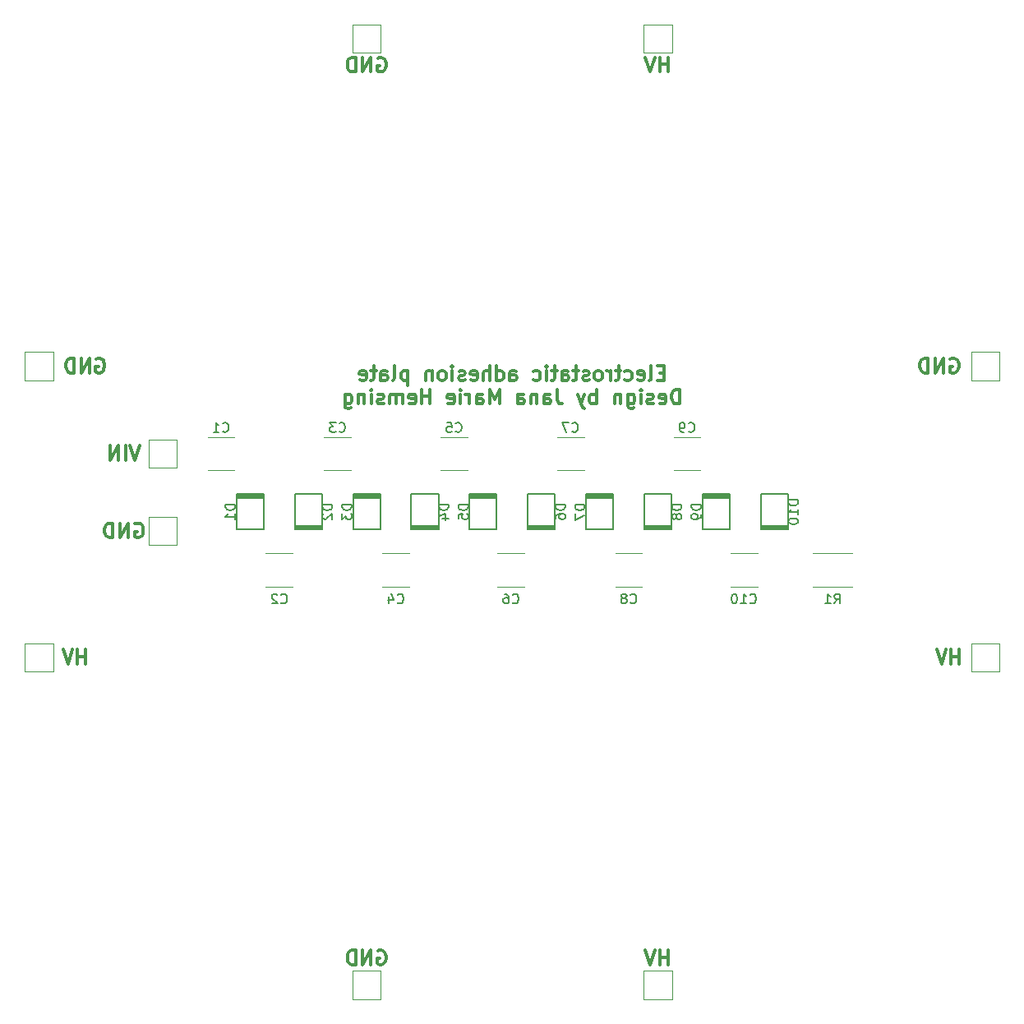
<source format=gbo>
G04 #@! TF.GenerationSoftware,KiCad,Pcbnew,6.0.0-d3dd2cf0fa~116~ubuntu20.04.1*
G04 #@! TF.CreationDate,2022-01-09T22:45:00+01:00*
G04 #@! TF.ProjectId,Statikplatte,53746174-696b-4706-9c61-7474652e6b69,rev?*
G04 #@! TF.SameCoordinates,Original*
G04 #@! TF.FileFunction,Legend,Bot*
G04 #@! TF.FilePolarity,Positive*
%FSLAX46Y46*%
G04 Gerber Fmt 4.6, Leading zero omitted, Abs format (unit mm)*
G04 Created by KiCad (PCBNEW 6.0.0-d3dd2cf0fa~116~ubuntu20.04.1) date 2022-01-09 22:45:00*
%MOMM*%
%LPD*%
G01*
G04 APERTURE LIST*
%ADD10C,0.300000*%
%ADD11C,0.150000*%
%ADD12C,0.120000*%
G04 APERTURE END LIST*
D10*
X195142857Y-84250000D02*
X195285714Y-84178571D01*
X195500000Y-84178571D01*
X195714285Y-84250000D01*
X195857142Y-84392857D01*
X195928571Y-84535714D01*
X196000000Y-84821428D01*
X196000000Y-85035714D01*
X195928571Y-85321428D01*
X195857142Y-85464285D01*
X195714285Y-85607142D01*
X195500000Y-85678571D01*
X195357142Y-85678571D01*
X195142857Y-85607142D01*
X195071428Y-85535714D01*
X195071428Y-85035714D01*
X195357142Y-85035714D01*
X194428571Y-85678571D02*
X194428571Y-84178571D01*
X193571428Y-85678571D01*
X193571428Y-84178571D01*
X192857142Y-85678571D02*
X192857142Y-84178571D01*
X192500000Y-84178571D01*
X192285714Y-84250000D01*
X192142857Y-84392857D01*
X192071428Y-84535714D01*
X192000000Y-84821428D01*
X192000000Y-85035714D01*
X192071428Y-85321428D01*
X192142857Y-85464285D01*
X192285714Y-85607142D01*
X192500000Y-85678571D01*
X192857142Y-85678571D01*
X107142857Y-84250000D02*
X107285714Y-84178571D01*
X107500000Y-84178571D01*
X107714285Y-84250000D01*
X107857142Y-84392857D01*
X107928571Y-84535714D01*
X108000000Y-84821428D01*
X108000000Y-85035714D01*
X107928571Y-85321428D01*
X107857142Y-85464285D01*
X107714285Y-85607142D01*
X107500000Y-85678571D01*
X107357142Y-85678571D01*
X107142857Y-85607142D01*
X107071428Y-85535714D01*
X107071428Y-85035714D01*
X107357142Y-85035714D01*
X106428571Y-85678571D02*
X106428571Y-84178571D01*
X105571428Y-85678571D01*
X105571428Y-84178571D01*
X104857142Y-85678571D02*
X104857142Y-84178571D01*
X104500000Y-84178571D01*
X104285714Y-84250000D01*
X104142857Y-84392857D01*
X104071428Y-84535714D01*
X104000000Y-84821428D01*
X104000000Y-85035714D01*
X104071428Y-85321428D01*
X104142857Y-85464285D01*
X104285714Y-85607142D01*
X104500000Y-85678571D01*
X104857142Y-85678571D01*
X136142857Y-145250000D02*
X136285714Y-145178571D01*
X136500000Y-145178571D01*
X136714285Y-145250000D01*
X136857142Y-145392857D01*
X136928571Y-145535714D01*
X137000000Y-145821428D01*
X137000000Y-146035714D01*
X136928571Y-146321428D01*
X136857142Y-146464285D01*
X136714285Y-146607142D01*
X136500000Y-146678571D01*
X136357142Y-146678571D01*
X136142857Y-146607142D01*
X136071428Y-146535714D01*
X136071428Y-146035714D01*
X136357142Y-146035714D01*
X135428571Y-146678571D02*
X135428571Y-145178571D01*
X134571428Y-146678571D01*
X134571428Y-145178571D01*
X133857142Y-146678571D02*
X133857142Y-145178571D01*
X133500000Y-145178571D01*
X133285714Y-145250000D01*
X133142857Y-145392857D01*
X133071428Y-145535714D01*
X133000000Y-145821428D01*
X133000000Y-146035714D01*
X133071428Y-146321428D01*
X133142857Y-146464285D01*
X133285714Y-146607142D01*
X133500000Y-146678571D01*
X133857142Y-146678571D01*
X136142857Y-53250000D02*
X136285714Y-53178571D01*
X136500000Y-53178571D01*
X136714285Y-53250000D01*
X136857142Y-53392857D01*
X136928571Y-53535714D01*
X137000000Y-53821428D01*
X137000000Y-54035714D01*
X136928571Y-54321428D01*
X136857142Y-54464285D01*
X136714285Y-54607142D01*
X136500000Y-54678571D01*
X136357142Y-54678571D01*
X136142857Y-54607142D01*
X136071428Y-54535714D01*
X136071428Y-54035714D01*
X136357142Y-54035714D01*
X135428571Y-54678571D02*
X135428571Y-53178571D01*
X134571428Y-54678571D01*
X134571428Y-53178571D01*
X133857142Y-54678571D02*
X133857142Y-53178571D01*
X133500000Y-53178571D01*
X133285714Y-53250000D01*
X133142857Y-53392857D01*
X133071428Y-53535714D01*
X133000000Y-53821428D01*
X133000000Y-54035714D01*
X133071428Y-54321428D01*
X133142857Y-54464285D01*
X133285714Y-54607142D01*
X133500000Y-54678571D01*
X133857142Y-54678571D01*
X166071428Y-54678571D02*
X166071428Y-53178571D01*
X166071428Y-53892857D02*
X165214285Y-53892857D01*
X165214285Y-54678571D02*
X165214285Y-53178571D01*
X164714285Y-53178571D02*
X164214285Y-54678571D01*
X163714285Y-53178571D01*
X166071428Y-146678571D02*
X166071428Y-145178571D01*
X166071428Y-145892857D02*
X165214285Y-145892857D01*
X165214285Y-146678571D02*
X165214285Y-145178571D01*
X164714285Y-145178571D02*
X164214285Y-146678571D01*
X163714285Y-145178571D01*
X196071428Y-115678571D02*
X196071428Y-114178571D01*
X196071428Y-114892857D02*
X195214285Y-114892857D01*
X195214285Y-115678571D02*
X195214285Y-114178571D01*
X194714285Y-114178571D02*
X194214285Y-115678571D01*
X193714285Y-114178571D01*
X106071428Y-115678571D02*
X106071428Y-114178571D01*
X106071428Y-114892857D02*
X105214285Y-114892857D01*
X105214285Y-115678571D02*
X105214285Y-114178571D01*
X104714285Y-114178571D02*
X104214285Y-115678571D01*
X103714285Y-114178571D01*
X165678571Y-85685357D02*
X165178571Y-85685357D01*
X164964285Y-86471071D02*
X165678571Y-86471071D01*
X165678571Y-84971071D01*
X164964285Y-84971071D01*
X164107142Y-86471071D02*
X164250000Y-86399642D01*
X164321428Y-86256785D01*
X164321428Y-84971071D01*
X162964285Y-86399642D02*
X163107142Y-86471071D01*
X163392857Y-86471071D01*
X163535714Y-86399642D01*
X163607142Y-86256785D01*
X163607142Y-85685357D01*
X163535714Y-85542500D01*
X163392857Y-85471071D01*
X163107142Y-85471071D01*
X162964285Y-85542500D01*
X162892857Y-85685357D01*
X162892857Y-85828214D01*
X163607142Y-85971071D01*
X161607142Y-86399642D02*
X161750000Y-86471071D01*
X162035714Y-86471071D01*
X162178571Y-86399642D01*
X162250000Y-86328214D01*
X162321428Y-86185357D01*
X162321428Y-85756785D01*
X162250000Y-85613928D01*
X162178571Y-85542500D01*
X162035714Y-85471071D01*
X161750000Y-85471071D01*
X161607142Y-85542500D01*
X161178571Y-85471071D02*
X160607142Y-85471071D01*
X160964285Y-84971071D02*
X160964285Y-86256785D01*
X160892857Y-86399642D01*
X160750000Y-86471071D01*
X160607142Y-86471071D01*
X160107142Y-86471071D02*
X160107142Y-85471071D01*
X160107142Y-85756785D02*
X160035714Y-85613928D01*
X159964285Y-85542500D01*
X159821428Y-85471071D01*
X159678571Y-85471071D01*
X158964285Y-86471071D02*
X159107142Y-86399642D01*
X159178571Y-86328214D01*
X159250000Y-86185357D01*
X159250000Y-85756785D01*
X159178571Y-85613928D01*
X159107142Y-85542500D01*
X158964285Y-85471071D01*
X158750000Y-85471071D01*
X158607142Y-85542500D01*
X158535714Y-85613928D01*
X158464285Y-85756785D01*
X158464285Y-86185357D01*
X158535714Y-86328214D01*
X158607142Y-86399642D01*
X158750000Y-86471071D01*
X158964285Y-86471071D01*
X157892857Y-86399642D02*
X157750000Y-86471071D01*
X157464285Y-86471071D01*
X157321428Y-86399642D01*
X157250000Y-86256785D01*
X157250000Y-86185357D01*
X157321428Y-86042500D01*
X157464285Y-85971071D01*
X157678571Y-85971071D01*
X157821428Y-85899642D01*
X157892857Y-85756785D01*
X157892857Y-85685357D01*
X157821428Y-85542500D01*
X157678571Y-85471071D01*
X157464285Y-85471071D01*
X157321428Y-85542500D01*
X156821428Y-85471071D02*
X156250000Y-85471071D01*
X156607142Y-84971071D02*
X156607142Y-86256785D01*
X156535714Y-86399642D01*
X156392857Y-86471071D01*
X156250000Y-86471071D01*
X155107142Y-86471071D02*
X155107142Y-85685357D01*
X155178571Y-85542500D01*
X155321428Y-85471071D01*
X155607142Y-85471071D01*
X155750000Y-85542500D01*
X155107142Y-86399642D02*
X155250000Y-86471071D01*
X155607142Y-86471071D01*
X155750000Y-86399642D01*
X155821428Y-86256785D01*
X155821428Y-86113928D01*
X155750000Y-85971071D01*
X155607142Y-85899642D01*
X155250000Y-85899642D01*
X155107142Y-85828214D01*
X154607142Y-85471071D02*
X154035714Y-85471071D01*
X154392857Y-84971071D02*
X154392857Y-86256785D01*
X154321428Y-86399642D01*
X154178571Y-86471071D01*
X154035714Y-86471071D01*
X153535714Y-86471071D02*
X153535714Y-85471071D01*
X153535714Y-84971071D02*
X153607142Y-85042500D01*
X153535714Y-85113928D01*
X153464285Y-85042500D01*
X153535714Y-84971071D01*
X153535714Y-85113928D01*
X152178571Y-86399642D02*
X152321428Y-86471071D01*
X152607142Y-86471071D01*
X152750000Y-86399642D01*
X152821428Y-86328214D01*
X152892857Y-86185357D01*
X152892857Y-85756785D01*
X152821428Y-85613928D01*
X152750000Y-85542500D01*
X152607142Y-85471071D01*
X152321428Y-85471071D01*
X152178571Y-85542500D01*
X149750000Y-86471071D02*
X149750000Y-85685357D01*
X149821428Y-85542500D01*
X149964285Y-85471071D01*
X150250000Y-85471071D01*
X150392857Y-85542500D01*
X149750000Y-86399642D02*
X149892857Y-86471071D01*
X150250000Y-86471071D01*
X150392857Y-86399642D01*
X150464285Y-86256785D01*
X150464285Y-86113928D01*
X150392857Y-85971071D01*
X150250000Y-85899642D01*
X149892857Y-85899642D01*
X149750000Y-85828214D01*
X148392857Y-86471071D02*
X148392857Y-84971071D01*
X148392857Y-86399642D02*
X148535714Y-86471071D01*
X148821428Y-86471071D01*
X148964285Y-86399642D01*
X149035714Y-86328214D01*
X149107142Y-86185357D01*
X149107142Y-85756785D01*
X149035714Y-85613928D01*
X148964285Y-85542500D01*
X148821428Y-85471071D01*
X148535714Y-85471071D01*
X148392857Y-85542500D01*
X147678571Y-86471071D02*
X147678571Y-84971071D01*
X147035714Y-86471071D02*
X147035714Y-85685357D01*
X147107142Y-85542500D01*
X147250000Y-85471071D01*
X147464285Y-85471071D01*
X147607142Y-85542500D01*
X147678571Y-85613928D01*
X145750000Y-86399642D02*
X145892857Y-86471071D01*
X146178571Y-86471071D01*
X146321428Y-86399642D01*
X146392857Y-86256785D01*
X146392857Y-85685357D01*
X146321428Y-85542500D01*
X146178571Y-85471071D01*
X145892857Y-85471071D01*
X145750000Y-85542500D01*
X145678571Y-85685357D01*
X145678571Y-85828214D01*
X146392857Y-85971071D01*
X145107142Y-86399642D02*
X144964285Y-86471071D01*
X144678571Y-86471071D01*
X144535714Y-86399642D01*
X144464285Y-86256785D01*
X144464285Y-86185357D01*
X144535714Y-86042500D01*
X144678571Y-85971071D01*
X144892857Y-85971071D01*
X145035714Y-85899642D01*
X145107142Y-85756785D01*
X145107142Y-85685357D01*
X145035714Y-85542500D01*
X144892857Y-85471071D01*
X144678571Y-85471071D01*
X144535714Y-85542500D01*
X143821428Y-86471071D02*
X143821428Y-85471071D01*
X143821428Y-84971071D02*
X143892857Y-85042500D01*
X143821428Y-85113928D01*
X143750000Y-85042500D01*
X143821428Y-84971071D01*
X143821428Y-85113928D01*
X142892857Y-86471071D02*
X143035714Y-86399642D01*
X143107142Y-86328214D01*
X143178571Y-86185357D01*
X143178571Y-85756785D01*
X143107142Y-85613928D01*
X143035714Y-85542500D01*
X142892857Y-85471071D01*
X142678571Y-85471071D01*
X142535714Y-85542500D01*
X142464285Y-85613928D01*
X142392857Y-85756785D01*
X142392857Y-86185357D01*
X142464285Y-86328214D01*
X142535714Y-86399642D01*
X142678571Y-86471071D01*
X142892857Y-86471071D01*
X141750000Y-85471071D02*
X141750000Y-86471071D01*
X141750000Y-85613928D02*
X141678571Y-85542500D01*
X141535714Y-85471071D01*
X141321428Y-85471071D01*
X141178571Y-85542500D01*
X141107142Y-85685357D01*
X141107142Y-86471071D01*
X139250000Y-85471071D02*
X139250000Y-86971071D01*
X139250000Y-85542500D02*
X139107142Y-85471071D01*
X138821428Y-85471071D01*
X138678571Y-85542500D01*
X138607142Y-85613928D01*
X138535714Y-85756785D01*
X138535714Y-86185357D01*
X138607142Y-86328214D01*
X138678571Y-86399642D01*
X138821428Y-86471071D01*
X139107142Y-86471071D01*
X139250000Y-86399642D01*
X137678571Y-86471071D02*
X137821428Y-86399642D01*
X137892857Y-86256785D01*
X137892857Y-84971071D01*
X136464285Y-86471071D02*
X136464285Y-85685357D01*
X136535714Y-85542500D01*
X136678571Y-85471071D01*
X136964285Y-85471071D01*
X137107142Y-85542500D01*
X136464285Y-86399642D02*
X136607142Y-86471071D01*
X136964285Y-86471071D01*
X137107142Y-86399642D01*
X137178571Y-86256785D01*
X137178571Y-86113928D01*
X137107142Y-85971071D01*
X136964285Y-85899642D01*
X136607142Y-85899642D01*
X136464285Y-85828214D01*
X135964285Y-85471071D02*
X135392857Y-85471071D01*
X135750000Y-84971071D02*
X135750000Y-86256785D01*
X135678571Y-86399642D01*
X135535714Y-86471071D01*
X135392857Y-86471071D01*
X134321428Y-86399642D02*
X134464285Y-86471071D01*
X134750000Y-86471071D01*
X134892857Y-86399642D01*
X134964285Y-86256785D01*
X134964285Y-85685357D01*
X134892857Y-85542500D01*
X134750000Y-85471071D01*
X134464285Y-85471071D01*
X134321428Y-85542500D01*
X134250000Y-85685357D01*
X134250000Y-85828214D01*
X134964285Y-85971071D01*
X167250000Y-88886071D02*
X167250000Y-87386071D01*
X166892857Y-87386071D01*
X166678571Y-87457500D01*
X166535714Y-87600357D01*
X166464285Y-87743214D01*
X166392857Y-88028928D01*
X166392857Y-88243214D01*
X166464285Y-88528928D01*
X166535714Y-88671785D01*
X166678571Y-88814642D01*
X166892857Y-88886071D01*
X167250000Y-88886071D01*
X165178571Y-88814642D02*
X165321428Y-88886071D01*
X165607142Y-88886071D01*
X165750000Y-88814642D01*
X165821428Y-88671785D01*
X165821428Y-88100357D01*
X165750000Y-87957500D01*
X165607142Y-87886071D01*
X165321428Y-87886071D01*
X165178571Y-87957500D01*
X165107142Y-88100357D01*
X165107142Y-88243214D01*
X165821428Y-88386071D01*
X164535714Y-88814642D02*
X164392857Y-88886071D01*
X164107142Y-88886071D01*
X163964285Y-88814642D01*
X163892857Y-88671785D01*
X163892857Y-88600357D01*
X163964285Y-88457500D01*
X164107142Y-88386071D01*
X164321428Y-88386071D01*
X164464285Y-88314642D01*
X164535714Y-88171785D01*
X164535714Y-88100357D01*
X164464285Y-87957500D01*
X164321428Y-87886071D01*
X164107142Y-87886071D01*
X163964285Y-87957500D01*
X163250000Y-88886071D02*
X163250000Y-87886071D01*
X163250000Y-87386071D02*
X163321428Y-87457500D01*
X163250000Y-87528928D01*
X163178571Y-87457500D01*
X163250000Y-87386071D01*
X163250000Y-87528928D01*
X161892857Y-87886071D02*
X161892857Y-89100357D01*
X161964285Y-89243214D01*
X162035714Y-89314642D01*
X162178571Y-89386071D01*
X162392857Y-89386071D01*
X162535714Y-89314642D01*
X161892857Y-88814642D02*
X162035714Y-88886071D01*
X162321428Y-88886071D01*
X162464285Y-88814642D01*
X162535714Y-88743214D01*
X162607142Y-88600357D01*
X162607142Y-88171785D01*
X162535714Y-88028928D01*
X162464285Y-87957500D01*
X162321428Y-87886071D01*
X162035714Y-87886071D01*
X161892857Y-87957500D01*
X161178571Y-87886071D02*
X161178571Y-88886071D01*
X161178571Y-88028928D02*
X161107142Y-87957500D01*
X160964285Y-87886071D01*
X160750000Y-87886071D01*
X160607142Y-87957500D01*
X160535714Y-88100357D01*
X160535714Y-88886071D01*
X158678571Y-88886071D02*
X158678571Y-87386071D01*
X158678571Y-87957500D02*
X158535714Y-87886071D01*
X158250000Y-87886071D01*
X158107142Y-87957500D01*
X158035714Y-88028928D01*
X157964285Y-88171785D01*
X157964285Y-88600357D01*
X158035714Y-88743214D01*
X158107142Y-88814642D01*
X158250000Y-88886071D01*
X158535714Y-88886071D01*
X158678571Y-88814642D01*
X157464285Y-87886071D02*
X157107142Y-88886071D01*
X156750000Y-87886071D02*
X157107142Y-88886071D01*
X157250000Y-89243214D01*
X157321428Y-89314642D01*
X157464285Y-89386071D01*
X154607142Y-87386071D02*
X154607142Y-88457500D01*
X154678571Y-88671785D01*
X154821428Y-88814642D01*
X155035714Y-88886071D01*
X155178571Y-88886071D01*
X153250000Y-88886071D02*
X153250000Y-88100357D01*
X153321428Y-87957500D01*
X153464285Y-87886071D01*
X153750000Y-87886071D01*
X153892857Y-87957500D01*
X153250000Y-88814642D02*
X153392857Y-88886071D01*
X153750000Y-88886071D01*
X153892857Y-88814642D01*
X153964285Y-88671785D01*
X153964285Y-88528928D01*
X153892857Y-88386071D01*
X153750000Y-88314642D01*
X153392857Y-88314642D01*
X153250000Y-88243214D01*
X152535714Y-87886071D02*
X152535714Y-88886071D01*
X152535714Y-88028928D02*
X152464285Y-87957500D01*
X152321428Y-87886071D01*
X152107142Y-87886071D01*
X151964285Y-87957500D01*
X151892857Y-88100357D01*
X151892857Y-88886071D01*
X150535714Y-88886071D02*
X150535714Y-88100357D01*
X150607142Y-87957500D01*
X150750000Y-87886071D01*
X151035714Y-87886071D01*
X151178571Y-87957500D01*
X150535714Y-88814642D02*
X150678571Y-88886071D01*
X151035714Y-88886071D01*
X151178571Y-88814642D01*
X151250000Y-88671785D01*
X151250000Y-88528928D01*
X151178571Y-88386071D01*
X151035714Y-88314642D01*
X150678571Y-88314642D01*
X150535714Y-88243214D01*
X148678571Y-88886071D02*
X148678571Y-87386071D01*
X148178571Y-88457500D01*
X147678571Y-87386071D01*
X147678571Y-88886071D01*
X146321428Y-88886071D02*
X146321428Y-88100357D01*
X146392857Y-87957500D01*
X146535714Y-87886071D01*
X146821428Y-87886071D01*
X146964285Y-87957500D01*
X146321428Y-88814642D02*
X146464285Y-88886071D01*
X146821428Y-88886071D01*
X146964285Y-88814642D01*
X147035714Y-88671785D01*
X147035714Y-88528928D01*
X146964285Y-88386071D01*
X146821428Y-88314642D01*
X146464285Y-88314642D01*
X146321428Y-88243214D01*
X145607142Y-88886071D02*
X145607142Y-87886071D01*
X145607142Y-88171785D02*
X145535714Y-88028928D01*
X145464285Y-87957500D01*
X145321428Y-87886071D01*
X145178571Y-87886071D01*
X144678571Y-88886071D02*
X144678571Y-87886071D01*
X144678571Y-87386071D02*
X144750000Y-87457500D01*
X144678571Y-87528928D01*
X144607142Y-87457500D01*
X144678571Y-87386071D01*
X144678571Y-87528928D01*
X143392857Y-88814642D02*
X143535714Y-88886071D01*
X143821428Y-88886071D01*
X143964285Y-88814642D01*
X144035714Y-88671785D01*
X144035714Y-88100357D01*
X143964285Y-87957500D01*
X143821428Y-87886071D01*
X143535714Y-87886071D01*
X143392857Y-87957500D01*
X143321428Y-88100357D01*
X143321428Y-88243214D01*
X144035714Y-88386071D01*
X141535714Y-88886071D02*
X141535714Y-87386071D01*
X141535714Y-88100357D02*
X140678571Y-88100357D01*
X140678571Y-88886071D02*
X140678571Y-87386071D01*
X139392857Y-88814642D02*
X139535714Y-88886071D01*
X139821428Y-88886071D01*
X139964285Y-88814642D01*
X140035714Y-88671785D01*
X140035714Y-88100357D01*
X139964285Y-87957500D01*
X139821428Y-87886071D01*
X139535714Y-87886071D01*
X139392857Y-87957500D01*
X139321428Y-88100357D01*
X139321428Y-88243214D01*
X140035714Y-88386071D01*
X138678571Y-88886071D02*
X138678571Y-87886071D01*
X138678571Y-88028928D02*
X138607142Y-87957500D01*
X138464285Y-87886071D01*
X138250000Y-87886071D01*
X138107142Y-87957500D01*
X138035714Y-88100357D01*
X138035714Y-88886071D01*
X138035714Y-88100357D02*
X137964285Y-87957500D01*
X137821428Y-87886071D01*
X137607142Y-87886071D01*
X137464285Y-87957500D01*
X137392857Y-88100357D01*
X137392857Y-88886071D01*
X136750000Y-88814642D02*
X136607142Y-88886071D01*
X136321428Y-88886071D01*
X136178571Y-88814642D01*
X136107142Y-88671785D01*
X136107142Y-88600357D01*
X136178571Y-88457500D01*
X136321428Y-88386071D01*
X136535714Y-88386071D01*
X136678571Y-88314642D01*
X136750000Y-88171785D01*
X136750000Y-88100357D01*
X136678571Y-87957500D01*
X136535714Y-87886071D01*
X136321428Y-87886071D01*
X136178571Y-87957500D01*
X135464285Y-88886071D02*
X135464285Y-87886071D01*
X135464285Y-87386071D02*
X135535714Y-87457500D01*
X135464285Y-87528928D01*
X135392857Y-87457500D01*
X135464285Y-87386071D01*
X135464285Y-87528928D01*
X134750000Y-87886071D02*
X134750000Y-88886071D01*
X134750000Y-88028928D02*
X134678571Y-87957500D01*
X134535714Y-87886071D01*
X134321428Y-87886071D01*
X134178571Y-87957500D01*
X134107142Y-88100357D01*
X134107142Y-88886071D01*
X132750000Y-87886071D02*
X132750000Y-89100357D01*
X132821428Y-89243214D01*
X132892857Y-89314642D01*
X133035714Y-89386071D01*
X133250000Y-89386071D01*
X133392857Y-89314642D01*
X132750000Y-88814642D02*
X132892857Y-88886071D01*
X133178571Y-88886071D01*
X133321428Y-88814642D01*
X133392857Y-88743214D01*
X133464285Y-88600357D01*
X133464285Y-88171785D01*
X133392857Y-88028928D01*
X133321428Y-87957500D01*
X133178571Y-87886071D01*
X132892857Y-87886071D01*
X132750000Y-87957500D01*
X111642857Y-93178571D02*
X111142857Y-94678571D01*
X110642857Y-93178571D01*
X110142857Y-94678571D02*
X110142857Y-93178571D01*
X109428571Y-94678571D02*
X109428571Y-93178571D01*
X108571428Y-94678571D01*
X108571428Y-93178571D01*
X111142857Y-101250000D02*
X111285714Y-101178571D01*
X111500000Y-101178571D01*
X111714285Y-101250000D01*
X111857142Y-101392857D01*
X111928571Y-101535714D01*
X112000000Y-101821428D01*
X112000000Y-102035714D01*
X111928571Y-102321428D01*
X111857142Y-102464285D01*
X111714285Y-102607142D01*
X111500000Y-102678571D01*
X111357142Y-102678571D01*
X111142857Y-102607142D01*
X111071428Y-102535714D01*
X111071428Y-102035714D01*
X111357142Y-102035714D01*
X110428571Y-102678571D02*
X110428571Y-101178571D01*
X109571428Y-102678571D01*
X109571428Y-101178571D01*
X108857142Y-102678571D02*
X108857142Y-101178571D01*
X108500000Y-101178571D01*
X108285714Y-101250000D01*
X108142857Y-101392857D01*
X108071428Y-101535714D01*
X108000000Y-101821428D01*
X108000000Y-102035714D01*
X108071428Y-102321428D01*
X108142857Y-102464285D01*
X108285714Y-102607142D01*
X108500000Y-102678571D01*
X108857142Y-102678571D01*
D11*
X126166666Y-109357142D02*
X126214285Y-109404761D01*
X126357142Y-109452380D01*
X126452380Y-109452380D01*
X126595238Y-109404761D01*
X126690476Y-109309523D01*
X126738095Y-109214285D01*
X126785714Y-109023809D01*
X126785714Y-108880952D01*
X126738095Y-108690476D01*
X126690476Y-108595238D01*
X126595238Y-108500000D01*
X126452380Y-108452380D01*
X126357142Y-108452380D01*
X126214285Y-108500000D01*
X126166666Y-108547619D01*
X125785714Y-108547619D02*
X125738095Y-108500000D01*
X125642857Y-108452380D01*
X125404761Y-108452380D01*
X125309523Y-108500000D01*
X125261904Y-108547619D01*
X125214285Y-108642857D01*
X125214285Y-108738095D01*
X125261904Y-108880952D01*
X125833333Y-109452380D01*
X125214285Y-109452380D01*
X132166666Y-91707142D02*
X132214285Y-91754761D01*
X132357142Y-91802380D01*
X132452380Y-91802380D01*
X132595238Y-91754761D01*
X132690476Y-91659523D01*
X132738095Y-91564285D01*
X132785714Y-91373809D01*
X132785714Y-91230952D01*
X132738095Y-91040476D01*
X132690476Y-90945238D01*
X132595238Y-90850000D01*
X132452380Y-90802380D01*
X132357142Y-90802380D01*
X132214285Y-90850000D01*
X132166666Y-90897619D01*
X131833333Y-90802380D02*
X131214285Y-90802380D01*
X131547619Y-91183333D01*
X131404761Y-91183333D01*
X131309523Y-91230952D01*
X131261904Y-91278571D01*
X131214285Y-91373809D01*
X131214285Y-91611904D01*
X131261904Y-91707142D01*
X131309523Y-91754761D01*
X131404761Y-91802380D01*
X131690476Y-91802380D01*
X131785714Y-91754761D01*
X131833333Y-91707142D01*
X138166666Y-109357142D02*
X138214285Y-109404761D01*
X138357142Y-109452380D01*
X138452380Y-109452380D01*
X138595238Y-109404761D01*
X138690476Y-109309523D01*
X138738095Y-109214285D01*
X138785714Y-109023809D01*
X138785714Y-108880952D01*
X138738095Y-108690476D01*
X138690476Y-108595238D01*
X138595238Y-108500000D01*
X138452380Y-108452380D01*
X138357142Y-108452380D01*
X138214285Y-108500000D01*
X138166666Y-108547619D01*
X137309523Y-108785714D02*
X137309523Y-109452380D01*
X137547619Y-108404761D02*
X137785714Y-109119047D01*
X137166666Y-109119047D01*
X144166666Y-91707142D02*
X144214285Y-91754761D01*
X144357142Y-91802380D01*
X144452380Y-91802380D01*
X144595238Y-91754761D01*
X144690476Y-91659523D01*
X144738095Y-91564285D01*
X144785714Y-91373809D01*
X144785714Y-91230952D01*
X144738095Y-91040476D01*
X144690476Y-90945238D01*
X144595238Y-90850000D01*
X144452380Y-90802380D01*
X144357142Y-90802380D01*
X144214285Y-90850000D01*
X144166666Y-90897619D01*
X143261904Y-90802380D02*
X143738095Y-90802380D01*
X143785714Y-91278571D01*
X143738095Y-91230952D01*
X143642857Y-91183333D01*
X143404761Y-91183333D01*
X143309523Y-91230952D01*
X143261904Y-91278571D01*
X143214285Y-91373809D01*
X143214285Y-91611904D01*
X143261904Y-91707142D01*
X143309523Y-91754761D01*
X143404761Y-91802380D01*
X143642857Y-91802380D01*
X143738095Y-91754761D01*
X143785714Y-91707142D01*
X150029166Y-109357142D02*
X150076785Y-109404761D01*
X150219642Y-109452380D01*
X150314880Y-109452380D01*
X150457738Y-109404761D01*
X150552976Y-109309523D01*
X150600595Y-109214285D01*
X150648214Y-109023809D01*
X150648214Y-108880952D01*
X150600595Y-108690476D01*
X150552976Y-108595238D01*
X150457738Y-108500000D01*
X150314880Y-108452380D01*
X150219642Y-108452380D01*
X150076785Y-108500000D01*
X150029166Y-108547619D01*
X149172023Y-108452380D02*
X149362500Y-108452380D01*
X149457738Y-108500000D01*
X149505357Y-108547619D01*
X149600595Y-108690476D01*
X149648214Y-108880952D01*
X149648214Y-109261904D01*
X149600595Y-109357142D01*
X149552976Y-109404761D01*
X149457738Y-109452380D01*
X149267261Y-109452380D01*
X149172023Y-109404761D01*
X149124404Y-109357142D01*
X149076785Y-109261904D01*
X149076785Y-109023809D01*
X149124404Y-108928571D01*
X149172023Y-108880952D01*
X149267261Y-108833333D01*
X149457738Y-108833333D01*
X149552976Y-108880952D01*
X149600595Y-108928571D01*
X149648214Y-109023809D01*
X156166666Y-91707142D02*
X156214285Y-91754761D01*
X156357142Y-91802380D01*
X156452380Y-91802380D01*
X156595238Y-91754761D01*
X156690476Y-91659523D01*
X156738095Y-91564285D01*
X156785714Y-91373809D01*
X156785714Y-91230952D01*
X156738095Y-91040476D01*
X156690476Y-90945238D01*
X156595238Y-90850000D01*
X156452380Y-90802380D01*
X156357142Y-90802380D01*
X156214285Y-90850000D01*
X156166666Y-90897619D01*
X155833333Y-90802380D02*
X155166666Y-90802380D01*
X155595238Y-91802380D01*
X162166666Y-109357142D02*
X162214285Y-109404761D01*
X162357142Y-109452380D01*
X162452380Y-109452380D01*
X162595238Y-109404761D01*
X162690476Y-109309523D01*
X162738095Y-109214285D01*
X162785714Y-109023809D01*
X162785714Y-108880952D01*
X162738095Y-108690476D01*
X162690476Y-108595238D01*
X162595238Y-108500000D01*
X162452380Y-108452380D01*
X162357142Y-108452380D01*
X162214285Y-108500000D01*
X162166666Y-108547619D01*
X161595238Y-108880952D02*
X161690476Y-108833333D01*
X161738095Y-108785714D01*
X161785714Y-108690476D01*
X161785714Y-108642857D01*
X161738095Y-108547619D01*
X161690476Y-108500000D01*
X161595238Y-108452380D01*
X161404761Y-108452380D01*
X161309523Y-108500000D01*
X161261904Y-108547619D01*
X161214285Y-108642857D01*
X161214285Y-108690476D01*
X161261904Y-108785714D01*
X161309523Y-108833333D01*
X161404761Y-108880952D01*
X161595238Y-108880952D01*
X161690476Y-108928571D01*
X161738095Y-108976190D01*
X161785714Y-109071428D01*
X161785714Y-109261904D01*
X161738095Y-109357142D01*
X161690476Y-109404761D01*
X161595238Y-109452380D01*
X161404761Y-109452380D01*
X161309523Y-109404761D01*
X161261904Y-109357142D01*
X161214285Y-109261904D01*
X161214285Y-109071428D01*
X161261904Y-108976190D01*
X161309523Y-108928571D01*
X161404761Y-108880952D01*
X168166666Y-91707142D02*
X168214285Y-91754761D01*
X168357142Y-91802380D01*
X168452380Y-91802380D01*
X168595238Y-91754761D01*
X168690476Y-91659523D01*
X168738095Y-91564285D01*
X168785714Y-91373809D01*
X168785714Y-91230952D01*
X168738095Y-91040476D01*
X168690476Y-90945238D01*
X168595238Y-90850000D01*
X168452380Y-90802380D01*
X168357142Y-90802380D01*
X168214285Y-90850000D01*
X168166666Y-90897619D01*
X167690476Y-91802380D02*
X167500000Y-91802380D01*
X167404761Y-91754761D01*
X167357142Y-91707142D01*
X167261904Y-91564285D01*
X167214285Y-91373809D01*
X167214285Y-90992857D01*
X167261904Y-90897619D01*
X167309523Y-90850000D01*
X167404761Y-90802380D01*
X167595238Y-90802380D01*
X167690476Y-90850000D01*
X167738095Y-90897619D01*
X167785714Y-90992857D01*
X167785714Y-91230952D01*
X167738095Y-91326190D01*
X167690476Y-91373809D01*
X167595238Y-91421428D01*
X167404761Y-91421428D01*
X167309523Y-91373809D01*
X167261904Y-91326190D01*
X167214285Y-91230952D01*
X174505357Y-109357142D02*
X174552976Y-109404761D01*
X174695833Y-109452380D01*
X174791071Y-109452380D01*
X174933928Y-109404761D01*
X175029166Y-109309523D01*
X175076785Y-109214285D01*
X175124404Y-109023809D01*
X175124404Y-108880952D01*
X175076785Y-108690476D01*
X175029166Y-108595238D01*
X174933928Y-108500000D01*
X174791071Y-108452380D01*
X174695833Y-108452380D01*
X174552976Y-108500000D01*
X174505357Y-108547619D01*
X173552976Y-109452380D02*
X174124404Y-109452380D01*
X173838690Y-109452380D02*
X173838690Y-108452380D01*
X173933928Y-108595238D01*
X174029166Y-108690476D01*
X174124404Y-108738095D01*
X172933928Y-108452380D02*
X172838690Y-108452380D01*
X172743452Y-108500000D01*
X172695833Y-108547619D01*
X172648214Y-108642857D01*
X172600595Y-108833333D01*
X172600595Y-109071428D01*
X172648214Y-109261904D01*
X172695833Y-109357142D01*
X172743452Y-109404761D01*
X172838690Y-109452380D01*
X172933928Y-109452380D01*
X173029166Y-109404761D01*
X173076785Y-109357142D01*
X173124404Y-109261904D01*
X173172023Y-109071428D01*
X173172023Y-108833333D01*
X173124404Y-108642857D01*
X173076785Y-108547619D01*
X173029166Y-108500000D01*
X172933928Y-108452380D01*
X179452380Y-98785714D02*
X178452380Y-98785714D01*
X178452380Y-99023809D01*
X178500000Y-99166666D01*
X178595238Y-99261904D01*
X178690476Y-99309523D01*
X178880952Y-99357142D01*
X179023809Y-99357142D01*
X179214285Y-99309523D01*
X179309523Y-99261904D01*
X179404761Y-99166666D01*
X179452380Y-99023809D01*
X179452380Y-98785714D01*
X179452380Y-100309523D02*
X179452380Y-99738095D01*
X179452380Y-100023809D02*
X178452380Y-100023809D01*
X178595238Y-99928571D01*
X178690476Y-99833333D01*
X178738095Y-99738095D01*
X178452380Y-100928571D02*
X178452380Y-101023809D01*
X178500000Y-101119047D01*
X178547619Y-101166666D01*
X178642857Y-101214285D01*
X178833333Y-101261904D01*
X179071428Y-101261904D01*
X179261904Y-101214285D01*
X179357142Y-101166666D01*
X179404761Y-101119047D01*
X179452380Y-101023809D01*
X179452380Y-100928571D01*
X179404761Y-100833333D01*
X179357142Y-100785714D01*
X179261904Y-100738095D01*
X179071428Y-100690476D01*
X178833333Y-100690476D01*
X178642857Y-100738095D01*
X178547619Y-100785714D01*
X178500000Y-100833333D01*
X178452380Y-100928571D01*
X131452380Y-99261904D02*
X130452380Y-99261904D01*
X130452380Y-99500000D01*
X130500000Y-99642857D01*
X130595238Y-99738095D01*
X130690476Y-99785714D01*
X130880952Y-99833333D01*
X131023809Y-99833333D01*
X131214285Y-99785714D01*
X131309523Y-99738095D01*
X131404761Y-99642857D01*
X131452380Y-99500000D01*
X131452380Y-99261904D01*
X130547619Y-100214285D02*
X130500000Y-100261904D01*
X130452380Y-100357142D01*
X130452380Y-100595238D01*
X130500000Y-100690476D01*
X130547619Y-100738095D01*
X130642857Y-100785714D01*
X130738095Y-100785714D01*
X130880952Y-100738095D01*
X131452380Y-100166666D01*
X131452380Y-100785714D01*
X133452380Y-99261904D02*
X132452380Y-99261904D01*
X132452380Y-99500000D01*
X132500000Y-99642857D01*
X132595238Y-99738095D01*
X132690476Y-99785714D01*
X132880952Y-99833333D01*
X133023809Y-99833333D01*
X133214285Y-99785714D01*
X133309523Y-99738095D01*
X133404761Y-99642857D01*
X133452380Y-99500000D01*
X133452380Y-99261904D01*
X132452380Y-100166666D02*
X132452380Y-100785714D01*
X132833333Y-100452380D01*
X132833333Y-100595238D01*
X132880952Y-100690476D01*
X132928571Y-100738095D01*
X133023809Y-100785714D01*
X133261904Y-100785714D01*
X133357142Y-100738095D01*
X133404761Y-100690476D01*
X133452380Y-100595238D01*
X133452380Y-100309523D01*
X133404761Y-100214285D01*
X133357142Y-100166666D01*
X143452380Y-99261904D02*
X142452380Y-99261904D01*
X142452380Y-99500000D01*
X142500000Y-99642857D01*
X142595238Y-99738095D01*
X142690476Y-99785714D01*
X142880952Y-99833333D01*
X143023809Y-99833333D01*
X143214285Y-99785714D01*
X143309523Y-99738095D01*
X143404761Y-99642857D01*
X143452380Y-99500000D01*
X143452380Y-99261904D01*
X142785714Y-100690476D02*
X143452380Y-100690476D01*
X142404761Y-100452380D02*
X143119047Y-100214285D01*
X143119047Y-100833333D01*
X145452380Y-99261904D02*
X144452380Y-99261904D01*
X144452380Y-99500000D01*
X144500000Y-99642857D01*
X144595238Y-99738095D01*
X144690476Y-99785714D01*
X144880952Y-99833333D01*
X145023809Y-99833333D01*
X145214285Y-99785714D01*
X145309523Y-99738095D01*
X145404761Y-99642857D01*
X145452380Y-99500000D01*
X145452380Y-99261904D01*
X144452380Y-100738095D02*
X144452380Y-100261904D01*
X144928571Y-100214285D01*
X144880952Y-100261904D01*
X144833333Y-100357142D01*
X144833333Y-100595238D01*
X144880952Y-100690476D01*
X144928571Y-100738095D01*
X145023809Y-100785714D01*
X145261904Y-100785714D01*
X145357142Y-100738095D01*
X145404761Y-100690476D01*
X145452380Y-100595238D01*
X145452380Y-100357142D01*
X145404761Y-100261904D01*
X145357142Y-100214285D01*
X155452380Y-99261904D02*
X154452380Y-99261904D01*
X154452380Y-99500000D01*
X154500000Y-99642857D01*
X154595238Y-99738095D01*
X154690476Y-99785714D01*
X154880952Y-99833333D01*
X155023809Y-99833333D01*
X155214285Y-99785714D01*
X155309523Y-99738095D01*
X155404761Y-99642857D01*
X155452380Y-99500000D01*
X155452380Y-99261904D01*
X154452380Y-100690476D02*
X154452380Y-100500000D01*
X154500000Y-100404761D01*
X154547619Y-100357142D01*
X154690476Y-100261904D01*
X154880952Y-100214285D01*
X155261904Y-100214285D01*
X155357142Y-100261904D01*
X155404761Y-100309523D01*
X155452380Y-100404761D01*
X155452380Y-100595238D01*
X155404761Y-100690476D01*
X155357142Y-100738095D01*
X155261904Y-100785714D01*
X155023809Y-100785714D01*
X154928571Y-100738095D01*
X154880952Y-100690476D01*
X154833333Y-100595238D01*
X154833333Y-100404761D01*
X154880952Y-100309523D01*
X154928571Y-100261904D01*
X155023809Y-100214285D01*
X157452380Y-99261904D02*
X156452380Y-99261904D01*
X156452380Y-99500000D01*
X156500000Y-99642857D01*
X156595238Y-99738095D01*
X156690476Y-99785714D01*
X156880952Y-99833333D01*
X157023809Y-99833333D01*
X157214285Y-99785714D01*
X157309523Y-99738095D01*
X157404761Y-99642857D01*
X157452380Y-99500000D01*
X157452380Y-99261904D01*
X156452380Y-100166666D02*
X156452380Y-100833333D01*
X157452380Y-100404761D01*
X167452380Y-99261904D02*
X166452380Y-99261904D01*
X166452380Y-99500000D01*
X166500000Y-99642857D01*
X166595238Y-99738095D01*
X166690476Y-99785714D01*
X166880952Y-99833333D01*
X167023809Y-99833333D01*
X167214285Y-99785714D01*
X167309523Y-99738095D01*
X167404761Y-99642857D01*
X167452380Y-99500000D01*
X167452380Y-99261904D01*
X166880952Y-100404761D02*
X166833333Y-100309523D01*
X166785714Y-100261904D01*
X166690476Y-100214285D01*
X166642857Y-100214285D01*
X166547619Y-100261904D01*
X166500000Y-100309523D01*
X166452380Y-100404761D01*
X166452380Y-100595238D01*
X166500000Y-100690476D01*
X166547619Y-100738095D01*
X166642857Y-100785714D01*
X166690476Y-100785714D01*
X166785714Y-100738095D01*
X166833333Y-100690476D01*
X166880952Y-100595238D01*
X166880952Y-100404761D01*
X166928571Y-100309523D01*
X166976190Y-100261904D01*
X167071428Y-100214285D01*
X167261904Y-100214285D01*
X167357142Y-100261904D01*
X167404761Y-100309523D01*
X167452380Y-100404761D01*
X167452380Y-100595238D01*
X167404761Y-100690476D01*
X167357142Y-100738095D01*
X167261904Y-100785714D01*
X167071428Y-100785714D01*
X166976190Y-100738095D01*
X166928571Y-100690476D01*
X166880952Y-100595238D01*
X169452380Y-99261904D02*
X168452380Y-99261904D01*
X168452380Y-99500000D01*
X168500000Y-99642857D01*
X168595238Y-99738095D01*
X168690476Y-99785714D01*
X168880952Y-99833333D01*
X169023809Y-99833333D01*
X169214285Y-99785714D01*
X169309523Y-99738095D01*
X169404761Y-99642857D01*
X169452380Y-99500000D01*
X169452380Y-99261904D01*
X169452380Y-100309523D02*
X169452380Y-100500000D01*
X169404761Y-100595238D01*
X169357142Y-100642857D01*
X169214285Y-100738095D01*
X169023809Y-100785714D01*
X168642857Y-100785714D01*
X168547619Y-100738095D01*
X168500000Y-100690476D01*
X168452380Y-100595238D01*
X168452380Y-100404761D01*
X168500000Y-100309523D01*
X168547619Y-100261904D01*
X168642857Y-100214285D01*
X168880952Y-100214285D01*
X168976190Y-100261904D01*
X169023809Y-100309523D01*
X169071428Y-100404761D01*
X169071428Y-100595238D01*
X169023809Y-100690476D01*
X168976190Y-100738095D01*
X168880952Y-100785714D01*
X120166666Y-91707142D02*
X120214285Y-91754761D01*
X120357142Y-91802380D01*
X120452380Y-91802380D01*
X120595238Y-91754761D01*
X120690476Y-91659523D01*
X120738095Y-91564285D01*
X120785714Y-91373809D01*
X120785714Y-91230952D01*
X120738095Y-91040476D01*
X120690476Y-90945238D01*
X120595238Y-90850000D01*
X120452380Y-90802380D01*
X120357142Y-90802380D01*
X120214285Y-90850000D01*
X120166666Y-90897619D01*
X119214285Y-91802380D02*
X119785714Y-91802380D01*
X119500000Y-91802380D02*
X119500000Y-90802380D01*
X119595238Y-90945238D01*
X119690476Y-91040476D01*
X119785714Y-91088095D01*
X183166666Y-109452380D02*
X183500000Y-108976190D01*
X183738095Y-109452380D02*
X183738095Y-108452380D01*
X183357142Y-108452380D01*
X183261904Y-108500000D01*
X183214285Y-108547619D01*
X183166666Y-108642857D01*
X183166666Y-108785714D01*
X183214285Y-108880952D01*
X183261904Y-108928571D01*
X183357142Y-108976190D01*
X183738095Y-108976190D01*
X182214285Y-109452380D02*
X182785714Y-109452380D01*
X182500000Y-109452380D02*
X182500000Y-108452380D01*
X182595238Y-108595238D01*
X182690476Y-108690476D01*
X182785714Y-108738095D01*
X121452380Y-99261904D02*
X120452380Y-99261904D01*
X120452380Y-99500000D01*
X120500000Y-99642857D01*
X120595238Y-99738095D01*
X120690476Y-99785714D01*
X120880952Y-99833333D01*
X121023809Y-99833333D01*
X121214285Y-99785714D01*
X121309523Y-99738095D01*
X121404761Y-99642857D01*
X121452380Y-99500000D01*
X121452380Y-99261904D01*
X121452380Y-100785714D02*
X121452380Y-100214285D01*
X121452380Y-100500000D02*
X120452380Y-100500000D01*
X120595238Y-100404761D01*
X120690476Y-100309523D01*
X120738095Y-100214285D01*
D12*
X127386252Y-107710000D02*
X124613748Y-107710000D01*
X127386252Y-104290000D02*
X124613748Y-104290000D01*
X133386252Y-95710000D02*
X130613748Y-95710000D01*
X133386252Y-92290000D02*
X130613748Y-92290000D01*
X139386252Y-107710000D02*
X136613748Y-107710000D01*
X139386252Y-104290000D02*
X136613748Y-104290000D01*
X145386252Y-95710000D02*
X142613748Y-95710000D01*
X145386252Y-92290000D02*
X142613748Y-92290000D01*
X151248752Y-107710000D02*
X148476248Y-107710000D01*
X151248752Y-104290000D02*
X148476248Y-104290000D01*
X157386252Y-95710000D02*
X154613748Y-95710000D01*
X157386252Y-92290000D02*
X154613748Y-92290000D01*
X163386252Y-107710000D02*
X160613748Y-107710000D01*
X163386252Y-104290000D02*
X160613748Y-104290000D01*
X169386252Y-95710000D02*
X166613748Y-95710000D01*
X169386252Y-92290000D02*
X166613748Y-92290000D01*
X175248752Y-107710000D02*
X172476248Y-107710000D01*
X175248752Y-104290000D02*
X172476248Y-104290000D01*
X115450000Y-95450000D02*
X115450000Y-92550000D01*
X112550000Y-95450000D02*
X115450000Y-95450000D01*
X112550000Y-92550000D02*
X112550000Y-95450000D01*
X115450000Y-92550000D02*
X112550000Y-92550000D01*
X136450000Y-150200000D02*
X136450000Y-147300000D01*
X133550000Y-150200000D02*
X136450000Y-150200000D01*
X133550000Y-147300000D02*
X133550000Y-150200000D01*
X136450000Y-147300000D02*
X133550000Y-147300000D01*
X115450000Y-103450000D02*
X115450000Y-100550000D01*
X112550000Y-103450000D02*
X115450000Y-103450000D01*
X112550000Y-100550000D02*
X112550000Y-103450000D01*
X115450000Y-100550000D02*
X112550000Y-100550000D01*
X200200000Y-86450000D02*
X200200000Y-83550000D01*
X197300000Y-86450000D02*
X200200000Y-86450000D01*
X197300000Y-83550000D02*
X197300000Y-86450000D01*
X200200000Y-83550000D02*
X197300000Y-83550000D01*
X136450000Y-52700000D02*
X136450000Y-49800000D01*
X133550000Y-52700000D02*
X136450000Y-52700000D01*
X133550000Y-49800000D02*
X133550000Y-52700000D01*
X136450000Y-49800000D02*
X133550000Y-49800000D01*
X166450000Y-150200000D02*
X166450000Y-147300000D01*
X163550000Y-150200000D02*
X166450000Y-150200000D01*
X163550000Y-147300000D02*
X163550000Y-150200000D01*
X166450000Y-147300000D02*
X163550000Y-147300000D01*
X166450000Y-52700000D02*
X166450000Y-49800000D01*
X163550000Y-52700000D02*
X166450000Y-52700000D01*
X163550000Y-49800000D02*
X163550000Y-52700000D01*
X166450000Y-49800000D02*
X163550000Y-49800000D01*
X200200000Y-116450000D02*
X200200000Y-113550000D01*
X197300000Y-116450000D02*
X200200000Y-116450000D01*
X197300000Y-113550000D02*
X197300000Y-116450000D01*
X200200000Y-113550000D02*
X197300000Y-113550000D01*
X102700000Y-116450000D02*
X102700000Y-113550000D01*
X99800000Y-116450000D02*
X102700000Y-116450000D01*
X99800000Y-113550000D02*
X99800000Y-116450000D01*
X102700000Y-113550000D02*
X99800000Y-113550000D01*
X102700000Y-86450000D02*
X102700000Y-83550000D01*
X99800000Y-86450000D02*
X102700000Y-86450000D01*
X99800000Y-83550000D02*
X99800000Y-86450000D01*
X102700000Y-83550000D02*
X99800000Y-83550000D01*
D11*
X178400000Y-101425000D02*
X175600000Y-101425000D01*
X178400000Y-101525000D02*
X175600000Y-101525000D01*
X178400000Y-101725000D02*
X175600000Y-101725000D01*
X178400000Y-101625000D02*
X175600000Y-101625000D01*
X175600000Y-101825000D02*
X175600000Y-98175000D01*
X178400000Y-101825000D02*
X175600000Y-101825000D01*
X178400000Y-98175000D02*
X178400000Y-101825000D01*
X175600000Y-98175000D02*
X178400000Y-98175000D01*
X130400000Y-101424999D02*
X127600000Y-101424999D01*
X130400000Y-101524999D02*
X127600000Y-101524999D01*
X130400000Y-101724999D02*
X127600000Y-101724999D01*
X130400000Y-101624999D02*
X127600000Y-101624999D01*
X127600000Y-101824999D02*
X127600000Y-98174999D01*
X130400000Y-101824999D02*
X127600000Y-101824999D01*
X130400000Y-98174999D02*
X130400000Y-101824999D01*
X127600000Y-98174999D02*
X130400000Y-98174999D01*
X133600000Y-98575000D02*
X136400000Y-98575000D01*
X133600000Y-98475000D02*
X136400000Y-98475000D01*
X133600000Y-98275000D02*
X136400000Y-98275000D01*
X133600000Y-98375000D02*
X136400000Y-98375000D01*
X136400000Y-98175000D02*
X136400000Y-101825000D01*
X133600000Y-98175000D02*
X136400000Y-98175000D01*
X133600000Y-101825000D02*
X133600000Y-98175000D01*
X136400000Y-101825000D02*
X133600000Y-101825000D01*
X142400000Y-101425000D02*
X139600000Y-101425000D01*
X142400000Y-101525000D02*
X139600000Y-101525000D01*
X142400000Y-101725000D02*
X139600000Y-101725000D01*
X142400000Y-101625000D02*
X139600000Y-101625000D01*
X139600000Y-101825000D02*
X139600000Y-98175000D01*
X142400000Y-101825000D02*
X139600000Y-101825000D01*
X142400000Y-98175000D02*
X142400000Y-101825000D01*
X139600000Y-98175000D02*
X142400000Y-98175000D01*
X145600000Y-98575000D02*
X148400000Y-98575000D01*
X145600000Y-98475000D02*
X148400000Y-98475000D01*
X145600000Y-98275000D02*
X148400000Y-98275000D01*
X145600000Y-98375000D02*
X148400000Y-98375000D01*
X148400000Y-98175000D02*
X148400000Y-101825000D01*
X145600000Y-98175000D02*
X148400000Y-98175000D01*
X145600000Y-101825000D02*
X145600000Y-98175000D01*
X148400000Y-101825000D02*
X145600000Y-101825000D01*
X154400000Y-101424999D02*
X151600000Y-101424999D01*
X154400000Y-101524999D02*
X151600000Y-101524999D01*
X154400000Y-101724999D02*
X151600000Y-101724999D01*
X154400000Y-101624999D02*
X151600000Y-101624999D01*
X151600000Y-101824999D02*
X151600000Y-98174999D01*
X154400000Y-101824999D02*
X151600000Y-101824999D01*
X154400000Y-98174999D02*
X154400000Y-101824999D01*
X151600000Y-98174999D02*
X154400000Y-98174999D01*
X157600000Y-98575001D02*
X160400000Y-98575001D01*
X157600000Y-98475001D02*
X160400000Y-98475001D01*
X157600000Y-98275001D02*
X160400000Y-98275001D01*
X157600000Y-98375001D02*
X160400000Y-98375001D01*
X160400000Y-98175001D02*
X160400000Y-101825001D01*
X157600000Y-98175001D02*
X160400000Y-98175001D01*
X157600000Y-101825001D02*
X157600000Y-98175001D01*
X160400000Y-101825001D02*
X157600000Y-101825001D01*
X166400000Y-101425000D02*
X163600000Y-101425000D01*
X166400000Y-101525000D02*
X163600000Y-101525000D01*
X166400000Y-101725000D02*
X163600000Y-101725000D01*
X166400000Y-101625000D02*
X163600000Y-101625000D01*
X163600000Y-101825000D02*
X163600000Y-98175000D01*
X166400000Y-101825000D02*
X163600000Y-101825000D01*
X166400000Y-98175000D02*
X166400000Y-101825000D01*
X163600000Y-98175000D02*
X166400000Y-98175000D01*
X169600000Y-98575000D02*
X172400000Y-98575000D01*
X169600000Y-98475000D02*
X172400000Y-98475000D01*
X169600000Y-98275000D02*
X172400000Y-98275000D01*
X169600000Y-98375000D02*
X172400000Y-98375000D01*
X172400000Y-98175000D02*
X172400000Y-101825000D01*
X169600000Y-98175000D02*
X172400000Y-98175000D01*
X169600000Y-101825000D02*
X169600000Y-98175000D01*
X172400000Y-101825000D02*
X169600000Y-101825000D01*
D12*
X121386252Y-95710000D02*
X118613748Y-95710000D01*
X121386252Y-92290000D02*
X118613748Y-92290000D01*
X185052064Y-107710000D02*
X180947936Y-107710000D01*
X185052064Y-104290000D02*
X180947936Y-104290000D01*
D11*
X121600000Y-98575000D02*
X124400000Y-98575000D01*
X121600000Y-98475000D02*
X124400000Y-98475000D01*
X121600000Y-98275000D02*
X124400000Y-98275000D01*
X121600000Y-98375000D02*
X124400000Y-98375000D01*
X124400000Y-98175000D02*
X124400000Y-101825000D01*
X121600000Y-98175000D02*
X124400000Y-98175000D01*
X121600000Y-101825000D02*
X121600000Y-98175000D01*
X124400000Y-101825000D02*
X121600000Y-101825000D01*
M02*

</source>
